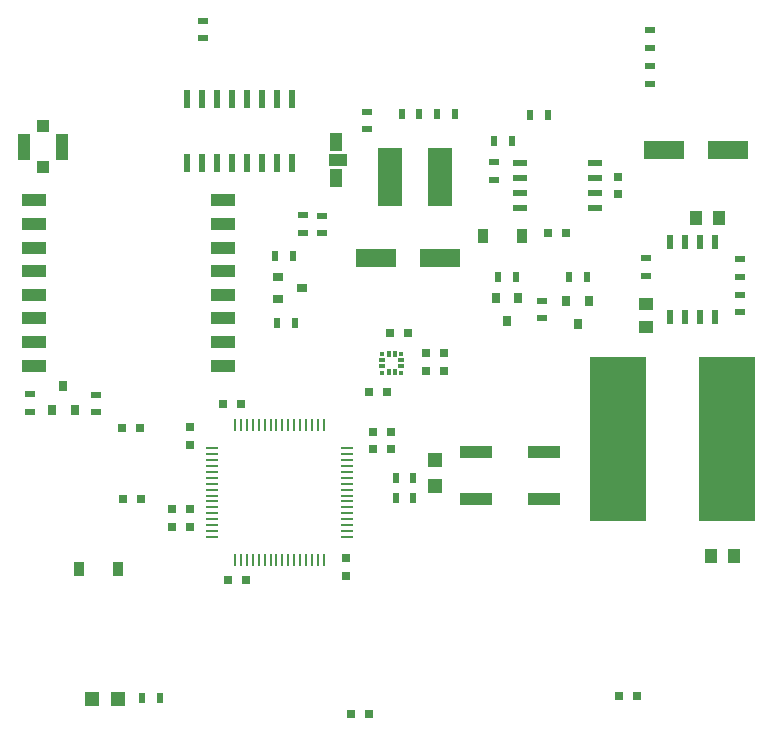
<source format=gbr>
G04 #@! TF.FileFunction,Paste,Top*
%FSLAX46Y46*%
G04 Gerber Fmt 4.6, Leading zero omitted, Abs format (unit mm)*
G04 Created by KiCad (PCBNEW 4.0.7) date 06/19/19 10:16:13*
%MOMM*%
%LPD*%
G01*
G04 APERTURE LIST*
%ADD10C,0.100000*%
%ADD11R,0.600000X1.500000*%
%ADD12R,0.500000X0.300000*%
%ADD13R,0.450000X0.450000*%
%ADD14R,0.300000X0.500000*%
%ADD15R,0.750000X0.800000*%
%ADD16R,0.800000X0.750000*%
%ADD17R,3.500000X1.600000*%
%ADD18R,1.000000X1.250000*%
%ADD19R,1.250000X1.000000*%
%ADD20R,0.900000X1.200000*%
%ADD21R,1.200000X1.200000*%
%ADD22R,0.900000X0.500000*%
%ADD23R,1.000000X1.000000*%
%ADD24R,1.000000X2.200000*%
%ADD25R,1.000000X1.500000*%
%ADD26R,1.500000X1.000000*%
%ADD27R,4.750000X14.000000*%
%ADD28R,0.900000X0.800000*%
%ADD29R,0.800000X0.900000*%
%ADD30R,0.500000X0.900000*%
%ADD31R,1.143000X0.508000*%
%ADD32R,2.000000X1.000000*%
%ADD33R,1.000000X0.250000*%
%ADD34R,0.250000X1.000000*%
%ADD35R,0.508000X1.143000*%
%ADD36R,2.000000X5.000000*%
%ADD37R,2.750000X1.000000*%
G04 APERTURE END LIST*
D10*
D11*
X15430000Y52150000D03*
X16700000Y52150000D03*
X17970000Y52150000D03*
X19240000Y52150000D03*
X20510000Y52150000D03*
X21780000Y52150000D03*
X23050000Y52150000D03*
X24320000Y52150000D03*
X24320000Y57550000D03*
X23050000Y57550000D03*
X21780000Y57550000D03*
X20510000Y57550000D03*
X19240000Y57550000D03*
X17970000Y57550000D03*
X16700000Y57550000D03*
X15430000Y57550000D03*
D12*
X31975000Y35450000D03*
X31975000Y34950000D03*
X33525000Y35450000D03*
X33525000Y34950000D03*
D13*
X31950000Y34400000D03*
X33550000Y34400000D03*
X31950000Y36000000D03*
X33550000Y36000000D03*
D14*
X32500000Y34425000D03*
X33000000Y34425000D03*
X33000000Y35975000D03*
X32500000Y35975000D03*
D15*
X51900000Y49500000D03*
X51900000Y51000000D03*
X14150000Y21350000D03*
X14150000Y22850000D03*
D16*
X9950000Y29750000D03*
X11450000Y29750000D03*
X10000000Y23700000D03*
X11500000Y23700000D03*
D15*
X15650000Y21350000D03*
X15650000Y22850000D03*
X15700000Y29800000D03*
X15700000Y28300000D03*
D16*
X47500000Y46250000D03*
X46000000Y46250000D03*
X20000000Y31750000D03*
X18500000Y31750000D03*
X18900000Y16850000D03*
X20400000Y16850000D03*
D17*
X55800000Y53250000D03*
X61200000Y53250000D03*
X31450000Y44150000D03*
X36850000Y44150000D03*
D15*
X28900000Y17200000D03*
X28900000Y18700000D03*
X31150000Y27900000D03*
X31150000Y29400000D03*
X32700000Y27900000D03*
X32700000Y29400000D03*
X37200000Y34550000D03*
X37200000Y36050000D03*
D18*
X60500000Y47500000D03*
X58500000Y47500000D03*
D15*
X35700000Y34550000D03*
X35700000Y36050000D03*
D19*
X54250000Y38250000D03*
X54250000Y40250000D03*
D16*
X34100000Y37800000D03*
X32600000Y37800000D03*
X30850000Y32750000D03*
X32350000Y32750000D03*
D18*
X59750000Y18900000D03*
X61750000Y18900000D03*
D16*
X52000000Y7000000D03*
X53500000Y7000000D03*
X29300000Y5500000D03*
X30800000Y5500000D03*
D20*
X43800000Y46000000D03*
X40500000Y46000000D03*
D21*
X36400000Y24800000D03*
X36400000Y27000000D03*
X9550000Y6800000D03*
X7350000Y6800000D03*
D20*
X9550000Y17775000D03*
X6250000Y17775000D03*
D22*
X30700000Y55000000D03*
X30700000Y56500000D03*
D23*
X3250000Y51850000D03*
D24*
X4850000Y53550000D03*
X1650000Y53550000D03*
D23*
X3250000Y55250000D03*
D25*
X28000000Y53900000D03*
D26*
X28250000Y52400000D03*
D25*
X28000000Y50900000D03*
D27*
X61125000Y28750000D03*
X51875000Y28750000D03*
D28*
X23150000Y42500000D03*
X23150000Y40600000D03*
X25150000Y41550000D03*
D29*
X49450000Y40500000D03*
X47550000Y40500000D03*
X48500000Y38500000D03*
X43450000Y40750000D03*
X41550000Y40750000D03*
X42500000Y38750000D03*
X4000000Y31250000D03*
X5900000Y31250000D03*
X4950000Y33250000D03*
D22*
X54600000Y61900000D03*
X54600000Y63400000D03*
D30*
X22900000Y44300000D03*
X24400000Y44300000D03*
D22*
X54600000Y60350000D03*
X54600000Y58850000D03*
X25275000Y47725000D03*
X25275000Y46225000D03*
X26850000Y47700000D03*
X26850000Y46200000D03*
D30*
X23050000Y38600000D03*
X24550000Y38600000D03*
D22*
X41400000Y50700000D03*
X41400000Y52200000D03*
D30*
X41400000Y54000000D03*
X42900000Y54000000D03*
X47750000Y42500000D03*
X49250000Y42500000D03*
X43250000Y42500000D03*
X41750000Y42500000D03*
D22*
X2150000Y32600000D03*
X2150000Y31100000D03*
X45500000Y39000000D03*
X45500000Y40500000D03*
D30*
X33100000Y25450000D03*
X34600000Y25450000D03*
D22*
X7750000Y31050000D03*
X7750000Y32550000D03*
X54250000Y42600000D03*
X54250000Y44100000D03*
X16800000Y62700000D03*
X16800000Y64200000D03*
X62250000Y39500000D03*
X62250000Y41000000D03*
X62250000Y42500000D03*
X62250000Y44000000D03*
D30*
X13100000Y6850000D03*
X11600000Y6850000D03*
X44500000Y56250000D03*
X46000000Y56250000D03*
X38100000Y56300000D03*
X36600000Y56300000D03*
X35100000Y56300000D03*
X33600000Y56300000D03*
D31*
X43575000Y48345000D03*
X43575000Y49615000D03*
X43575000Y50885000D03*
X43575000Y52155000D03*
X49925000Y52155000D03*
X49925000Y50885000D03*
X49925000Y49615000D03*
X49925000Y48345000D03*
D32*
X2500000Y49000000D03*
X2500000Y47000000D03*
X2500000Y45000000D03*
X2500000Y43000000D03*
X2500000Y41000000D03*
X2500000Y39000000D03*
X2500000Y37000000D03*
X2500000Y35000000D03*
X18500000Y35000000D03*
X18500000Y37000000D03*
X18500000Y39000000D03*
X18500000Y41000000D03*
X18500000Y43000000D03*
X18500000Y45000000D03*
X18500000Y47000000D03*
X18500000Y49000000D03*
D33*
X17550000Y28000000D03*
X17550000Y27500000D03*
X17550000Y27000000D03*
X17550000Y26500000D03*
X17550000Y26000000D03*
X17550000Y25500000D03*
X17550000Y25000000D03*
X17550000Y24500000D03*
X17550000Y24000000D03*
X17550000Y23500000D03*
X17550000Y23000000D03*
X17550000Y22500000D03*
X17550000Y22000000D03*
X17550000Y21500000D03*
X17550000Y21000000D03*
X17550000Y20500000D03*
D34*
X19500000Y18550000D03*
X20000000Y18550000D03*
X20500000Y18550000D03*
X21000000Y18550000D03*
X21500000Y18550000D03*
X22000000Y18550000D03*
X22500000Y18550000D03*
X23000000Y18550000D03*
X23500000Y18550000D03*
X24000000Y18550000D03*
X24500000Y18550000D03*
X25000000Y18550000D03*
X25500000Y18550000D03*
X26000000Y18550000D03*
X26500000Y18550000D03*
X27000000Y18550000D03*
D33*
X28950000Y20500000D03*
X28950000Y21000000D03*
X28950000Y21500000D03*
X28950000Y22000000D03*
X28950000Y22500000D03*
X28950000Y23000000D03*
X28950000Y23500000D03*
X28950000Y24000000D03*
X28950000Y24500000D03*
X28950000Y25000000D03*
X28950000Y25500000D03*
X28950000Y26000000D03*
X28950000Y26500000D03*
X28950000Y27000000D03*
X28950000Y27500000D03*
X28950000Y28000000D03*
D34*
X27000000Y29950000D03*
X26500000Y29950000D03*
X26000000Y29950000D03*
X25500000Y29950000D03*
X25000000Y29950000D03*
X24500000Y29950000D03*
X24000000Y29950000D03*
X23500000Y29950000D03*
X23000000Y29950000D03*
X22500000Y29950000D03*
X22000000Y29950000D03*
X21500000Y29950000D03*
X21000000Y29950000D03*
X20500000Y29950000D03*
X20000000Y29950000D03*
X19500000Y29950000D03*
D35*
X60155000Y39075000D03*
X58885000Y39075000D03*
X57615000Y39075000D03*
X56345000Y39075000D03*
X56345000Y45425000D03*
X57615000Y45425000D03*
X58885000Y45425000D03*
X60155000Y45425000D03*
D36*
X36850000Y51000000D03*
X32650000Y51000000D03*
D30*
X34600000Y23800000D03*
X33100000Y23800000D03*
D37*
X39870000Y23700000D03*
X45630000Y23700000D03*
X45630000Y27700000D03*
X39870000Y27700000D03*
M02*

</source>
